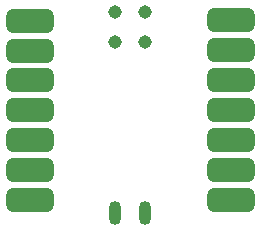
<source format=gbr>
G04 #@! TF.GenerationSoftware,KiCad,Pcbnew,7.0.2*
G04 #@! TF.CreationDate,2023-11-12T18:32:46-08:00*
G04 #@! TF.ProjectId,nomi_hw,6e6f6d69-5f68-4772-9e6b-696361645f70,rev?*
G04 #@! TF.SameCoordinates,Original*
G04 #@! TF.FileFunction,Paste,Top*
G04 #@! TF.FilePolarity,Positive*
%FSLAX46Y46*%
G04 Gerber Fmt 4.6, Leading zero omitted, Abs format (unit mm)*
G04 Created by KiCad (PCBNEW 7.0.2) date 2023-11-12 18:32:46*
%MOMM*%
%LPD*%
G01*
G04 APERTURE LIST*
G04 Aperture macros list*
%AMRoundRect*
0 Rectangle with rounded corners*
0 $1 Rounding radius*
0 $2 $3 $4 $5 $6 $7 $8 $9 X,Y pos of 4 corners*
0 Add a 4 corners polygon primitive as box body*
4,1,4,$2,$3,$4,$5,$6,$7,$8,$9,$2,$3,0*
0 Add four circle primitives for the rounded corners*
1,1,$1+$1,$2,$3*
1,1,$1+$1,$4,$5*
1,1,$1+$1,$6,$7*
1,1,$1+$1,$8,$9*
0 Add four rect primitives between the rounded corners*
20,1,$1+$1,$2,$3,$4,$5,0*
20,1,$1+$1,$4,$5,$6,$7,0*
20,1,$1+$1,$6,$7,$8,$9,0*
20,1,$1+$1,$8,$9,$2,$3,0*%
G04 Aperture macros list end*
%ADD10RoundRect,0.499745X-1.500255X-0.499745X1.500255X-0.499745X1.500255X0.499745X-1.500255X0.499745X0*%
%ADD11O,1.016000X2.032000*%
%ADD12C,1.143000*%
G04 APERTURE END LIST*
D10*
X164750000Y-25932510D03*
X164750000Y-28432510D03*
X164750000Y-30894690D03*
X164750000Y-33432510D03*
X164750000Y-35974690D03*
X164750000Y-38514690D03*
X164750000Y-41054690D03*
X181750000Y-41054690D03*
X181750000Y-38514690D03*
X181750000Y-35974690D03*
X181750000Y-33432510D03*
X181750000Y-30894690D03*
X181750000Y-28354690D03*
X181750000Y-25814690D03*
D11*
X171950000Y-42132510D03*
X174500000Y-42132510D03*
D12*
X171948803Y-25128323D03*
X174488803Y-25128323D03*
X171948803Y-27668323D03*
X174488803Y-27668323D03*
M02*

</source>
